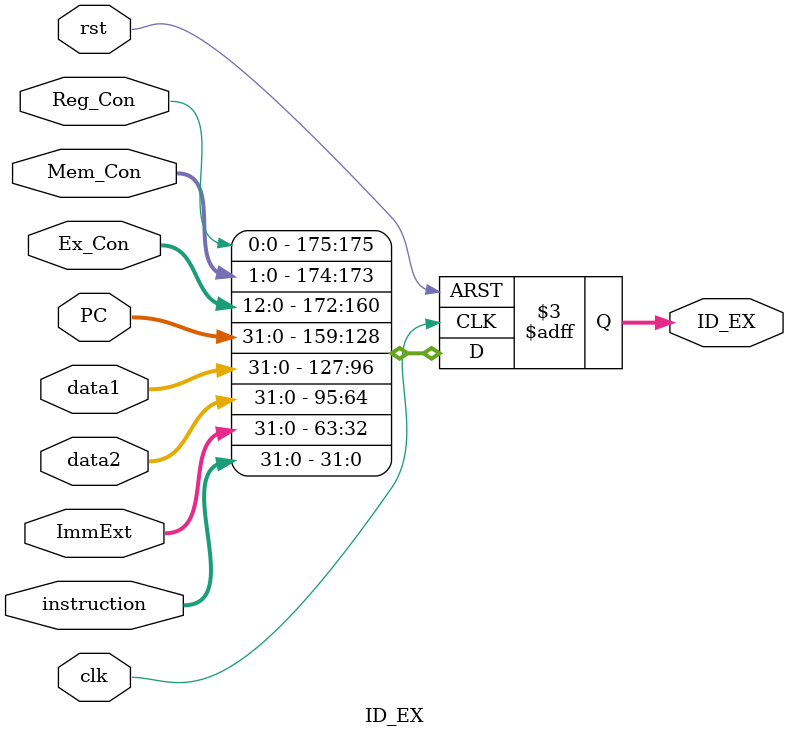
<source format=v>
module ID_EX(clk, rst, data1, data2, ImmExt, PC, instruction, ID_EX, Reg_Con, Mem_Con, Ex_Con);

    input rst, clk, Reg_Con;
    input [1:0] Mem_Con;
    input [12:0] Ex_Con;
    input [31:0] data1, data2, ImmExt, PC;
    input [31:0] instruction;
    output reg [175:0] ID_EX;

    reg [175:0] ID_EX_nxt;

    always @(posedge clk or negedge rst) begin
        if(~rst) begin
            // ID_EX_nxt <= 'b0;
            ID_EX <= 'b0;
        end
        else 
            ID_EX <= {Reg_Con, Mem_Con, Ex_Con, PC, data1, data2, ImmExt, instruction};
    end


    // always @(posedge clk) begin
    //     ID_EX <= ID_EX_nxt;
    // end
endmodule
</source>
